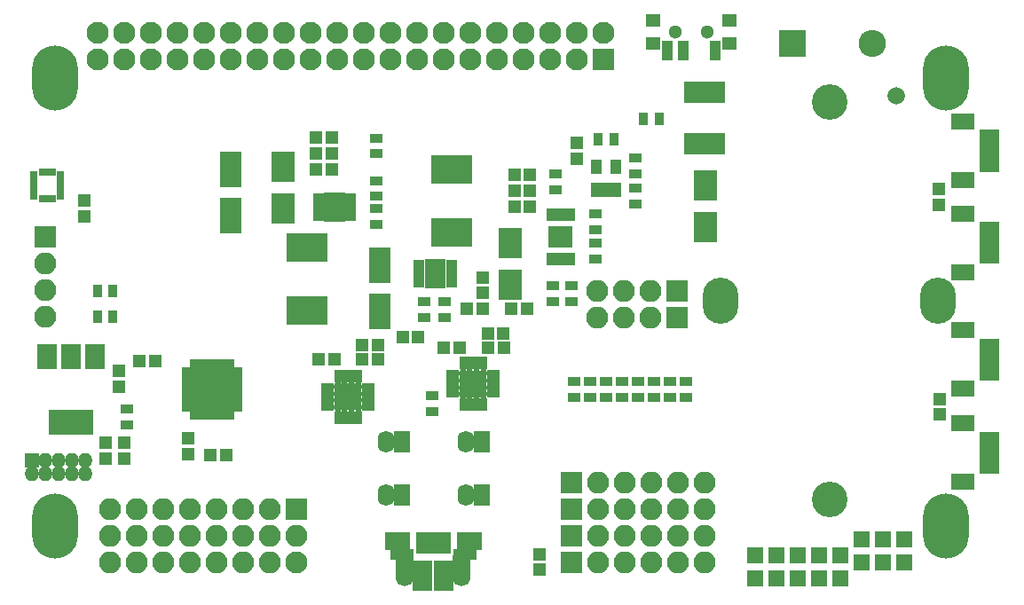
<source format=gbr>
G04 #@! TF.GenerationSoftware,KiCad,Pcbnew,(5.0.0)*
G04 #@! TF.CreationDate,2020-03-19T18:32:55-04:00*
G04 #@! TF.ProjectId,Temple_RPi_HAT,54656D706C655F5250695F4841542E6B,rev?*
G04 #@! TF.SameCoordinates,Original*
G04 #@! TF.FileFunction,Soldermask,Top*
G04 #@! TF.FilePolarity,Negative*
%FSLAX46Y46*%
G04 Gerber Fmt 4.6, Leading zero omitted, Abs format (unit mm)*
G04 Created by KiCad (PCBNEW (5.0.0)) date 03/19/20 18:32:55*
%MOMM*%
%LPD*%
G01*
G04 APERTURE LIST*
%ADD10O,2.100000X2.100000*%
%ADD11R,2.100000X2.100000*%
%ADD12C,2.100000*%
%ADD13R,0.750000X1.225000*%
%ADD14C,0.750000*%
%ADD15R,1.225000X0.750000*%
%ADD16R,2.500000X2.500000*%
%ADD17C,1.000000*%
%ADD18R,1.600000X2.100000*%
%ADD19O,1.600000X2.100000*%
%ADD20R,1.600000X1.600000*%
%ADD21O,4.400000X6.200000*%
%ADD22R,0.705000X1.290000*%
%ADD23R,1.340000X1.240000*%
%ADD24R,3.900000X2.000000*%
%ADD25R,3.900000X2.750000*%
%ADD26R,2.600000X2.600000*%
%ADD27O,2.600000X2.600000*%
%ADD28R,1.050000X0.700000*%
%ADD29R,1.175000X1.640000*%
%ADD30R,2.200000X2.900000*%
%ADD31C,1.300000*%
%ADD32R,1.100000X1.900000*%
%ADD33R,1.400000X1.200000*%
%ADD34R,1.050000X1.460000*%
%ADD35R,4.200000X2.400000*%
%ADD36R,1.900000X2.400000*%
%ADD37C,3.400000*%
%ADD38C,1.670000*%
%ADD39O,3.400000X4.400000*%
%ADD40R,2.200000X1.600000*%
%ADD41R,1.950000X1.000000*%
%ADD42R,1.825000X2.900000*%
%ADD43R,2.225000X1.100000*%
%ADD44O,1.700000X3.550000*%
%ADD45R,0.800000X2.150000*%
%ADD46R,2.400000X1.800000*%
%ADD47R,1.400000X1.400000*%
%ADD48O,1.400000X1.400000*%
%ADD49R,1.100000X0.650000*%
%ADD50R,0.650000X1.100000*%
%ADD51R,2.125000X2.125000*%
%ADD52R,0.900000X1.300000*%
%ADD53R,1.300000X0.900000*%
%ADD54R,1.200000X1.150000*%
%ADD55R,1.150000X1.200000*%
%ADD56R,2.000000X3.400000*%
%ADD57R,0.755600X0.654000*%
%ADD58R,0.654000X0.755600*%
G04 APERTURE END LIST*
D10*
G04 #@! TO.C,J3*
X80535000Y-172210000D03*
X83075000Y-172210000D03*
X85615000Y-172210000D03*
X88155000Y-172210000D03*
X90695000Y-172210000D03*
X93235000Y-172210000D03*
X95775000Y-172210000D03*
D11*
X98315000Y-172210000D03*
D10*
X80535000Y-174750000D03*
X83075000Y-174750000D03*
X85615000Y-174750000D03*
X88155000Y-174750000D03*
X90695000Y-174750000D03*
X93235000Y-174750000D03*
X95775000Y-174750000D03*
X98315000Y-174750000D03*
D12*
X98315000Y-177290000D03*
D10*
X95775000Y-177290000D03*
X93235000Y-177290000D03*
X90695000Y-177290000D03*
X88155000Y-177290000D03*
X85615000Y-177290000D03*
X83075000Y-177290000D03*
X80535000Y-177290000D03*
G04 #@! TD*
D13*
G04 #@! TO.C,U10*
X102254000Y-163478000D03*
D14*
X102254000Y-163065500D03*
D13*
X102904000Y-163478000D03*
D14*
X102904000Y-163065500D03*
D13*
X103554000Y-163478000D03*
D14*
X103554000Y-163065500D03*
D13*
X104204000Y-163478000D03*
D14*
X104204000Y-163065500D03*
D15*
X105216500Y-162465500D03*
D14*
X104804000Y-162465500D03*
D15*
X105216500Y-161815500D03*
D14*
X104804000Y-161815500D03*
D15*
X105216500Y-161165500D03*
D14*
X104804000Y-161165500D03*
D15*
X105216500Y-160515500D03*
D14*
X104804000Y-160515500D03*
D13*
X104204000Y-159503000D03*
D14*
X104204000Y-159915500D03*
D13*
X103554000Y-159503000D03*
D14*
X103554000Y-159915500D03*
D13*
X102904000Y-159503000D03*
D14*
X102904000Y-159915500D03*
D13*
X102254000Y-159503000D03*
D14*
X102254000Y-159915500D03*
D15*
X101241500Y-160515500D03*
D14*
X101654000Y-160515500D03*
D15*
X101241500Y-161165500D03*
D14*
X101654000Y-161165500D03*
D15*
X101241500Y-161815500D03*
D14*
X101654000Y-161815500D03*
D15*
X101241500Y-162465500D03*
D14*
X101654000Y-162465500D03*
D16*
X103229000Y-161490500D03*
D17*
X103229000Y-161490500D03*
X102479000Y-162240500D03*
X102479000Y-160740500D03*
X103979000Y-162240500D03*
X103979000Y-160740500D03*
G04 #@! TD*
D18*
G04 #@! TO.C,M1*
X108361000Y-165797000D03*
D19*
X106861000Y-165797000D03*
G04 #@! TD*
D18*
G04 #@! TO.C,M2*
X108361000Y-170877000D03*
D19*
X106861000Y-170877000D03*
G04 #@! TD*
D20*
G04 #@! TO.C,D1*
X156315000Y-175090000D03*
X156315000Y-177290000D03*
G04 #@! TD*
D11*
G04 #@! TO.C,J1*
X134606000Y-151382000D03*
D10*
X132066000Y-151382000D03*
X129526000Y-151382000D03*
X126986000Y-151382000D03*
G04 #@! TD*
D21*
G04 #@! TO.C,MK1*
X75320000Y-173830000D03*
X75320000Y-131030000D03*
X160320000Y-173830000D03*
X160320000Y-131030000D03*
G04 #@! TD*
D22*
G04 #@! TO.C,U6*
X122535000Y-148355000D03*
X123035000Y-148355000D03*
X123535000Y-148355000D03*
X124035000Y-148355000D03*
X124535000Y-148355000D03*
X124535000Y-144145000D03*
X124035000Y-144145000D03*
X123535000Y-144145000D03*
X123035000Y-144145000D03*
X122535000Y-144145000D03*
D23*
X124005000Y-145830000D03*
X123065000Y-145830000D03*
X124005000Y-146670000D03*
X123065000Y-146670000D03*
G04 #@! TD*
D20*
G04 #@! TO.C,D6*
X146155000Y-176614000D03*
X146155000Y-178814000D03*
G04 #@! TD*
G04 #@! TO.C,D7*
X144123000Y-176614000D03*
X144123000Y-178814000D03*
G04 #@! TD*
G04 #@! TO.C,D9*
X142091000Y-176614000D03*
X142091000Y-178814000D03*
G04 #@! TD*
G04 #@! TO.C,D10*
X150219000Y-176614000D03*
X150219000Y-178814000D03*
G04 #@! TD*
D24*
G04 #@! TO.C,F1*
X137265000Y-132432000D03*
X137265000Y-137312000D03*
G04 #@! TD*
D25*
G04 #@! TO.C,L1*
X99292000Y-153287000D03*
X99292000Y-147237000D03*
G04 #@! TD*
G04 #@! TO.C,L2*
X113135000Y-139761500D03*
X113135000Y-145811500D03*
G04 #@! TD*
D18*
G04 #@! TO.C,M3*
X115981000Y-165797000D03*
D19*
X114481000Y-165797000D03*
G04 #@! TD*
D26*
G04 #@! TO.C,SW1*
X145647000Y-127760000D03*
D27*
X153267000Y-127760000D03*
G04 #@! TD*
D28*
G04 #@! TO.C,U4*
X100402500Y-142396000D03*
X100402500Y-142896000D03*
X100402500Y-143396000D03*
X100402500Y-143896000D03*
X100402500Y-144396000D03*
X103502500Y-144396000D03*
X103502500Y-143896000D03*
X103502500Y-143396000D03*
X103502500Y-142896000D03*
X103502500Y-142396000D03*
D29*
X102340000Y-144016000D03*
X102340000Y-142776000D03*
X101565000Y-144016000D03*
X101565000Y-142776000D03*
G04 #@! TD*
D28*
G04 #@! TO.C,U5*
X113097500Y-150731000D03*
X113097500Y-150231000D03*
X113097500Y-149731000D03*
X113097500Y-149231000D03*
X113097500Y-148731000D03*
X109997500Y-148731000D03*
X109997500Y-149231000D03*
X109997500Y-149731000D03*
X109997500Y-150231000D03*
X109997500Y-150731000D03*
D29*
X111160000Y-149111000D03*
X111160000Y-150351000D03*
X111935000Y-149111000D03*
X111935000Y-150351000D03*
G04 #@! TD*
D18*
G04 #@! TO.C,M4*
X115981000Y-170877000D03*
D19*
X114481000Y-170877000D03*
G04 #@! TD*
D20*
G04 #@! TO.C,D2*
X152251000Y-175090000D03*
X152251000Y-177290000D03*
G04 #@! TD*
G04 #@! TO.C,D3*
X154283000Y-175090000D03*
X154283000Y-177290000D03*
G04 #@! TD*
D30*
G04 #@! TO.C,D4*
X97006000Y-139508000D03*
X97006000Y-143508000D03*
G04 #@! TD*
G04 #@! TO.C,D5*
X118723000Y-150810000D03*
X118723000Y-146810000D03*
G04 #@! TD*
G04 #@! TO.C,D8*
X137315000Y-145330000D03*
X137315000Y-141330000D03*
G04 #@! TD*
D11*
G04 #@! TO.C,J2*
X134606000Y-153922000D03*
D10*
X132066000Y-153922000D03*
X129526000Y-153922000D03*
X126986000Y-153922000D03*
G04 #@! TD*
D11*
G04 #@! TO.C,J4*
X124565000Y-177290000D03*
D10*
X127105000Y-177290000D03*
X129645000Y-177290000D03*
X132185000Y-177290000D03*
X134725000Y-177290000D03*
X137265000Y-177290000D03*
G04 #@! TD*
D11*
G04 #@! TO.C,J5*
X124565000Y-174750000D03*
D10*
X127105000Y-174750000D03*
X129645000Y-174750000D03*
X132185000Y-174750000D03*
X134725000Y-174750000D03*
X137265000Y-174750000D03*
G04 #@! TD*
D11*
G04 #@! TO.C,J6*
X124565000Y-172210000D03*
D10*
X127105000Y-172210000D03*
X129645000Y-172210000D03*
X132185000Y-172210000D03*
X134725000Y-172210000D03*
X137265000Y-172210000D03*
G04 #@! TD*
D11*
G04 #@! TO.C,J7*
X124565000Y-169670000D03*
D10*
X127105000Y-169670000D03*
X129645000Y-169670000D03*
X132185000Y-169670000D03*
X134725000Y-169670000D03*
X137265000Y-169670000D03*
G04 #@! TD*
D11*
G04 #@! TO.C,LCD1*
X74315000Y-146210000D03*
D10*
X74315000Y-148750000D03*
X74315000Y-151290000D03*
X74315000Y-153830000D03*
G04 #@! TD*
D12*
G04 #@! TO.C,rpi_Header1*
X104790000Y-126760000D03*
X107330000Y-126760000D03*
X109870000Y-126760000D03*
X112410000Y-126760000D03*
X114950000Y-126760000D03*
X117490000Y-126760000D03*
X120030000Y-126760000D03*
X122570000Y-126760000D03*
X125110000Y-126760000D03*
X127650000Y-126760000D03*
D11*
X127650000Y-129300000D03*
D12*
X125110000Y-129300000D03*
X122570000Y-129300000D03*
X120030000Y-129300000D03*
X117490000Y-129300000D03*
X114950000Y-129300000D03*
X112410000Y-129300000D03*
X109870000Y-129300000D03*
X107330000Y-129300000D03*
X104790000Y-129300000D03*
X102250000Y-129300000D03*
X102250000Y-126760000D03*
X99710000Y-129300000D03*
X99710000Y-126760000D03*
X97170000Y-129300000D03*
X97170000Y-126760000D03*
X94630000Y-129300000D03*
X94630000Y-126760000D03*
X92090000Y-129300000D03*
X92090000Y-126760000D03*
X89550000Y-129300000D03*
X89550000Y-126760000D03*
X87010000Y-129300000D03*
X87010000Y-126760000D03*
X84470000Y-129300000D03*
X84470000Y-126760000D03*
X81930000Y-129300000D03*
X81930000Y-126760000D03*
X79390000Y-129300000D03*
X79390000Y-126760000D03*
G04 #@! TD*
D31*
G04 #@! TO.C,SW2*
X137495000Y-126668000D03*
X134495000Y-126668000D03*
D32*
X138245000Y-128428000D03*
X135245000Y-128428000D03*
X133745000Y-128428000D03*
D33*
X139645000Y-125568000D03*
X132345000Y-125568000D03*
X132345000Y-127778000D03*
X139645000Y-127778000D03*
G04 #@! TD*
D34*
G04 #@! TO.C,U7*
X126917000Y-141730000D03*
X127867000Y-141730000D03*
X128817000Y-141730000D03*
X128817000Y-139530000D03*
X126917000Y-139530000D03*
G04 #@! TD*
D35*
G04 #@! TO.C,U8*
X76815000Y-163930000D03*
D36*
X76815000Y-157630000D03*
X74515000Y-157630000D03*
X79115000Y-157630000D03*
G04 #@! TD*
D13*
G04 #@! TO.C,U9*
X114192000Y-162259500D03*
D14*
X114192000Y-161847000D03*
D13*
X114842000Y-162259500D03*
D14*
X114842000Y-161847000D03*
D13*
X115492000Y-162259500D03*
D14*
X115492000Y-161847000D03*
D13*
X116142000Y-162259500D03*
D14*
X116142000Y-161847000D03*
D15*
X117154500Y-161247000D03*
D14*
X116742000Y-161247000D03*
D15*
X117154500Y-160597000D03*
D14*
X116742000Y-160597000D03*
D15*
X117154500Y-159947000D03*
D14*
X116742000Y-159947000D03*
D15*
X117154500Y-159297000D03*
D14*
X116742000Y-159297000D03*
D13*
X116142000Y-158284500D03*
D14*
X116142000Y-158697000D03*
D13*
X115492000Y-158284500D03*
D14*
X115492000Y-158697000D03*
D13*
X114842000Y-158284500D03*
D14*
X114842000Y-158697000D03*
D13*
X114192000Y-158284500D03*
D14*
X114192000Y-158697000D03*
D15*
X113179500Y-159297000D03*
D14*
X113592000Y-159297000D03*
D15*
X113179500Y-159947000D03*
D14*
X113592000Y-159947000D03*
D15*
X113179500Y-160597000D03*
D14*
X113592000Y-160597000D03*
D15*
X113179500Y-161247000D03*
D14*
X113592000Y-161247000D03*
D16*
X115167000Y-160272000D03*
D17*
X115167000Y-160272000D03*
X114417000Y-161022000D03*
X114417000Y-159522000D03*
X115917000Y-161022000D03*
X115917000Y-159522000D03*
G04 #@! TD*
D37*
G04 #@! TO.C,BH1*
X149165000Y-171315000D03*
X149165000Y-133345000D03*
D38*
X155535000Y-132750000D03*
D39*
X159565000Y-152330000D03*
X138765000Y-152330000D03*
G04 #@! TD*
D40*
G04 #@! TO.C,EN1*
X161909636Y-164016810D03*
X161909636Y-169616810D03*
D41*
X164434636Y-165316810D03*
X164434636Y-166316810D03*
X164434636Y-167316810D03*
X164434636Y-168316810D03*
G04 #@! TD*
D40*
G04 #@! TO.C,EN2*
X161909636Y-155126810D03*
X161909636Y-160726810D03*
D41*
X164434636Y-156426810D03*
X164434636Y-157426810D03*
X164434636Y-158426810D03*
X164434636Y-159426810D03*
G04 #@! TD*
D40*
G04 #@! TO.C,EN3*
X161909636Y-143986810D03*
X161909636Y-149586810D03*
D41*
X164434636Y-145286810D03*
X164434636Y-146286810D03*
X164434636Y-147286810D03*
X164434636Y-148286810D03*
G04 #@! TD*
D40*
G04 #@! TO.C,EN4*
X161909636Y-135211810D03*
X161909636Y-140811810D03*
D41*
X164434636Y-136511810D03*
X164434636Y-137511810D03*
X164434636Y-138511810D03*
X164434636Y-139511810D03*
G04 #@! TD*
D42*
G04 #@! TO.C,J8*
X110376000Y-178532000D03*
D43*
X114366000Y-176572000D03*
D44*
X114101000Y-177802000D03*
D45*
X112676000Y-175457000D03*
X112026000Y-175457000D03*
X111376000Y-175457000D03*
X110726000Y-175457000D03*
D46*
X114801000Y-175252000D03*
D45*
X110076000Y-175457000D03*
D46*
X107951000Y-175252000D03*
D44*
X108651000Y-177802000D03*
D43*
X108386000Y-176572000D03*
D42*
X112376000Y-178532000D03*
G04 #@! TD*
D20*
G04 #@! TO.C,D11*
X148187000Y-176614000D03*
X148187000Y-178814000D03*
G04 #@! TD*
D47*
G04 #@! TO.C,J9*
X73065000Y-167580000D03*
D48*
X73065000Y-168850000D03*
X74335000Y-167580000D03*
X74335000Y-168850000D03*
X75605000Y-167580000D03*
X75605000Y-168850000D03*
X76875000Y-167580000D03*
X76875000Y-168850000D03*
X78145000Y-167580000D03*
X78145000Y-168850000D03*
G04 #@! TD*
D49*
G04 #@! TO.C,U2*
X92675000Y-162530000D03*
X92675000Y-162030000D03*
X92675000Y-161530000D03*
X92675000Y-161030000D03*
X92675000Y-160530000D03*
X92675000Y-160030000D03*
X92675000Y-159530000D03*
X92675000Y-159030000D03*
D50*
X92025000Y-158380000D03*
X91525000Y-158380000D03*
X91025000Y-158380000D03*
X90525000Y-158380000D03*
X90025000Y-158380000D03*
X89525000Y-158380000D03*
X89025000Y-158380000D03*
X88525000Y-158380000D03*
D49*
X87875000Y-159030000D03*
X87875000Y-159530000D03*
X87875000Y-160030000D03*
X87875000Y-160530000D03*
X87875000Y-161030000D03*
X87875000Y-161530000D03*
X87875000Y-162030000D03*
X87875000Y-162530000D03*
D50*
X88525000Y-163180000D03*
X89025000Y-163180000D03*
X89525000Y-163180000D03*
X90025000Y-163180000D03*
X90525000Y-163180000D03*
X91025000Y-163180000D03*
X91525000Y-163180000D03*
X92025000Y-163180000D03*
D51*
X89412500Y-159917500D03*
X89412500Y-161642500D03*
X91137500Y-159917500D03*
X91137500Y-161642500D03*
G04 #@! TD*
D52*
G04 #@! TO.C,R1*
X79315000Y-153830000D03*
X80815000Y-153830000D03*
G04 #@! TD*
G04 #@! TO.C,R2*
X79315000Y-151390000D03*
X80815000Y-151390000D03*
G04 #@! TD*
D53*
G04 #@! TO.C,R3*
X135487000Y-161542000D03*
X135487000Y-160042000D03*
G04 #@! TD*
G04 #@! TO.C,R4*
X129391000Y-160042000D03*
X129391000Y-161542000D03*
G04 #@! TD*
G04 #@! TO.C,R5*
X82147000Y-164185000D03*
X82147000Y-162685000D03*
G04 #@! TD*
G04 #@! TO.C,R29*
X132439000Y-161542000D03*
X132439000Y-160042000D03*
G04 #@! TD*
G04 #@! TO.C,R30*
X105896000Y-142353000D03*
X105896000Y-140853000D03*
G04 #@! TD*
G04 #@! TO.C,R31*
X105896000Y-145008000D03*
X105896000Y-143508000D03*
G04 #@! TD*
G04 #@! TO.C,R32*
X112415000Y-152430000D03*
X112415000Y-153930000D03*
G04 #@! TD*
G04 #@! TO.C,R33*
X110515000Y-153930000D03*
X110515000Y-152430000D03*
G04 #@! TD*
G04 #@! TO.C,R34*
X133963000Y-161542000D03*
X133963000Y-160042000D03*
G04 #@! TD*
G04 #@! TO.C,R35*
X122787000Y-150874000D03*
X122787000Y-152374000D03*
G04 #@! TD*
G04 #@! TO.C,R36*
X124565000Y-150898000D03*
X124565000Y-152398000D03*
G04 #@! TD*
G04 #@! TO.C,R37*
X105896000Y-136801000D03*
X105896000Y-138301000D03*
G04 #@! TD*
D52*
G04 #@! TO.C,R38*
X127129000Y-136904000D03*
X128629000Y-136904000D03*
G04 #@! TD*
D53*
G04 #@! TO.C,R39*
X126851000Y-146834000D03*
X126851000Y-148334000D03*
G04 #@! TD*
G04 #@! TO.C,R40*
X123041000Y-140230000D03*
X123041000Y-141730000D03*
G04 #@! TD*
G04 #@! TO.C,R41*
X126851000Y-144040000D03*
X126851000Y-145540000D03*
G04 #@! TD*
G04 #@! TO.C,R42*
X127867000Y-161542000D03*
X127867000Y-160042000D03*
G04 #@! TD*
G04 #@! TO.C,R43*
X126343000Y-161542000D03*
X126343000Y-160042000D03*
G04 #@! TD*
G04 #@! TO.C,R44*
X130661000Y-141603000D03*
X130661000Y-143103000D03*
G04 #@! TD*
G04 #@! TO.C,R45*
X130661000Y-138706000D03*
X130661000Y-140206000D03*
G04 #@! TD*
G04 #@! TO.C,R46*
X124819000Y-161542000D03*
X124819000Y-160042000D03*
G04 #@! TD*
G04 #@! TO.C,R47*
X130915000Y-161542000D03*
X130915000Y-160042000D03*
G04 #@! TD*
D52*
G04 #@! TO.C,R48*
X131447000Y-134999000D03*
X132947000Y-134999000D03*
G04 #@! TD*
D54*
G04 #@! TO.C,C2*
X101705000Y-136777000D03*
X100205000Y-136777000D03*
G04 #@! TD*
G04 #@! TO.C,C3*
X114565000Y-153080000D03*
X116065000Y-153080000D03*
G04 #@! TD*
G04 #@! TO.C,C4*
X101693000Y-138301000D03*
X100193000Y-138301000D03*
G04 #@! TD*
G04 #@! TO.C,C5*
X120315000Y-153080000D03*
X118815000Y-153080000D03*
G04 #@! TD*
D55*
G04 #@! TO.C,C7*
X116081400Y-150080000D03*
X116081400Y-151580000D03*
G04 #@! TD*
D54*
G04 #@! TO.C,C8*
X109936000Y-155827000D03*
X108436000Y-155827000D03*
G04 #@! TD*
D55*
G04 #@! TO.C,C9*
X125073000Y-137285000D03*
X125073000Y-138785000D03*
G04 #@! TD*
D54*
G04 #@! TO.C,C12*
X119104000Y-143381000D03*
X120604000Y-143381000D03*
G04 #@! TD*
G04 #@! TO.C,C13*
X119116000Y-141857000D03*
X120616000Y-141857000D03*
G04 #@! TD*
G04 #@! TO.C,C14*
X119104000Y-140333000D03*
X120604000Y-140333000D03*
G04 #@! TD*
D56*
G04 #@! TO.C,C10*
X92053000Y-139784000D03*
X92053000Y-144184000D03*
G04 #@! TD*
G04 #@! TO.C,C11*
X106277000Y-153328000D03*
X106277000Y-148928000D03*
G04 #@! TD*
D54*
G04 #@! TO.C,C6*
X101681000Y-139825000D03*
X100181000Y-139825000D03*
G04 #@! TD*
G04 #@! TO.C,C15*
X113897000Y-156843000D03*
X112397000Y-156843000D03*
G04 #@! TD*
G04 #@! TO.C,C16*
X100435000Y-157922500D03*
X101935000Y-157922500D03*
G04 #@! TD*
G04 #@! TO.C,C17*
X118088000Y-156843000D03*
X116588000Y-156843000D03*
G04 #@! TD*
G04 #@! TO.C,C18*
X104586500Y-156525500D03*
X106086500Y-156525500D03*
G04 #@! TD*
G04 #@! TO.C,C19*
X116564000Y-155446000D03*
X118064000Y-155446000D03*
G04 #@! TD*
G04 #@! TO.C,C20*
X104586500Y-157922500D03*
X106086500Y-157922500D03*
G04 #@! TD*
D55*
G04 #@! TO.C,C21*
X159642400Y-141653800D03*
X159642400Y-143153800D03*
G04 #@! TD*
G04 #@! TO.C,C22*
X121555100Y-177989900D03*
X121555100Y-176489900D03*
G04 #@! TD*
G04 #@! TO.C,C23*
X159693200Y-161694400D03*
X159693200Y-163194400D03*
G04 #@! TD*
D53*
G04 #@! TO.C,R8*
X111230000Y-161415000D03*
X111230000Y-162915000D03*
G04 #@! TD*
D55*
G04 #@! TO.C,C1*
X78083000Y-142746000D03*
X78083000Y-144246000D03*
G04 #@! TD*
D54*
G04 #@! TO.C,C24*
X83365000Y-158105000D03*
X84865000Y-158105000D03*
G04 #@! TD*
G04 #@! TO.C,C25*
X90140000Y-167030000D03*
X91640000Y-167030000D03*
G04 #@! TD*
D55*
G04 #@! TO.C,C26*
X88015000Y-165455000D03*
X88015000Y-166955000D03*
G04 #@! TD*
G04 #@! TO.C,C27*
X81385000Y-160502000D03*
X81385000Y-159002000D03*
G04 #@! TD*
G04 #@! TO.C,C28*
X81893000Y-167384000D03*
X81893000Y-165884000D03*
G04 #@! TD*
G04 #@! TO.C,C29*
X80115000Y-165884000D03*
X80115000Y-167384000D03*
G04 #@! TD*
D57*
G04 #@! TO.C,U1*
X73295000Y-140329999D03*
X73295000Y-140830001D03*
X73295000Y-141330000D03*
X73295000Y-141829999D03*
X73295000Y-142330001D03*
D58*
X74065001Y-142600000D03*
X74565000Y-142600000D03*
X75064999Y-142600000D03*
D57*
X75835000Y-142330001D03*
X75835000Y-141829999D03*
X75835000Y-141330000D03*
X75835000Y-140830001D03*
X75835000Y-140329999D03*
D58*
X75064999Y-140060000D03*
X74565000Y-140060000D03*
X74065001Y-140060000D03*
G04 #@! TD*
M02*

</source>
